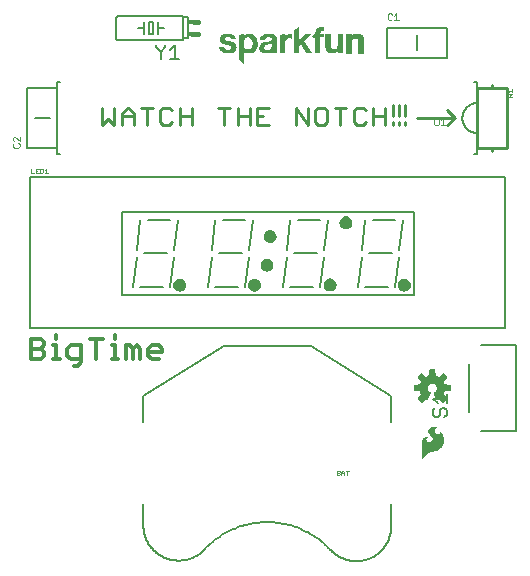
<source format=gbr>
G04 EAGLE Gerber RS-274X export*
G75*
%MOMM*%
%FSLAX34Y34*%
%LPD*%
%INSilkscreen Top*%
%IPPOS*%
%AMOC8*
5,1,8,0,0,1.08239X$1,22.5*%
G01*
%ADD10C,0.304800*%
%ADD11C,0.279400*%
%ADD12C,0.254000*%
%ADD13C,0.025400*%
%ADD14C,0.203200*%
%ADD15C,0.050800*%
%ADD16C,0.152400*%
%ADD17C,0.406400*%
%ADD18R,0.584200X0.406400*%
%ADD19C,0.127000*%

G36*
X364920Y89046D02*
X364920Y89046D01*
X365028Y89056D01*
X365041Y89062D01*
X365055Y89064D01*
X365152Y89112D01*
X365251Y89157D01*
X365264Y89168D01*
X365273Y89172D01*
X365288Y89188D01*
X365365Y89250D01*
X367950Y91835D01*
X368013Y91924D01*
X368079Y92009D01*
X368084Y92022D01*
X368092Y92034D01*
X368123Y92137D01*
X368159Y92240D01*
X368159Y92254D01*
X368163Y92267D01*
X368159Y92375D01*
X368160Y92484D01*
X368155Y92497D01*
X368155Y92511D01*
X368117Y92613D01*
X368082Y92715D01*
X368073Y92730D01*
X368069Y92739D01*
X368055Y92756D01*
X368001Y92838D01*
X365237Y96228D01*
X365794Y97310D01*
X365800Y97330D01*
X365842Y97425D01*
X366213Y98584D01*
X370564Y99027D01*
X370668Y99055D01*
X370774Y99080D01*
X370786Y99087D01*
X370799Y99090D01*
X370889Y99151D01*
X370982Y99208D01*
X370990Y99219D01*
X371002Y99227D01*
X371068Y99313D01*
X371137Y99397D01*
X371141Y99410D01*
X371150Y99421D01*
X371184Y99524D01*
X371223Y99625D01*
X371224Y99643D01*
X371228Y99652D01*
X371228Y99674D01*
X371237Y99772D01*
X371237Y103428D01*
X371220Y103535D01*
X371206Y103643D01*
X371200Y103655D01*
X371198Y103669D01*
X371146Y103765D01*
X371099Y103862D01*
X371089Y103872D01*
X371083Y103884D01*
X371003Y103958D01*
X370927Y104035D01*
X370915Y104041D01*
X370905Y104051D01*
X370806Y104096D01*
X370709Y104144D01*
X370691Y104148D01*
X370682Y104152D01*
X370661Y104154D01*
X370564Y104173D01*
X366213Y104616D01*
X365842Y105775D01*
X365833Y105792D01*
X365831Y105800D01*
X365827Y105807D01*
X365794Y105890D01*
X365237Y106972D01*
X368001Y110362D01*
X368055Y110456D01*
X368112Y110548D01*
X368115Y110561D01*
X368122Y110573D01*
X368143Y110680D01*
X368168Y110785D01*
X368166Y110799D01*
X368169Y110813D01*
X368154Y110920D01*
X368144Y111028D01*
X368138Y111041D01*
X368136Y111055D01*
X368088Y111152D01*
X368043Y111251D01*
X368032Y111264D01*
X368028Y111273D01*
X368012Y111288D01*
X367950Y111365D01*
X365365Y113950D01*
X365276Y114013D01*
X365191Y114079D01*
X365178Y114084D01*
X365166Y114092D01*
X365063Y114123D01*
X364960Y114159D01*
X364946Y114159D01*
X364933Y114163D01*
X364825Y114159D01*
X364716Y114160D01*
X364703Y114155D01*
X364689Y114155D01*
X364587Y114117D01*
X364485Y114082D01*
X364470Y114073D01*
X364461Y114069D01*
X364444Y114055D01*
X364362Y114001D01*
X360972Y111237D01*
X359890Y111794D01*
X359870Y111800D01*
X359775Y111842D01*
X358616Y112213D01*
X358173Y116564D01*
X358145Y116668D01*
X358120Y116774D01*
X358113Y116786D01*
X358110Y116799D01*
X358049Y116889D01*
X357992Y116982D01*
X357981Y116990D01*
X357973Y117002D01*
X357887Y117068D01*
X357803Y117137D01*
X357790Y117141D01*
X357779Y117150D01*
X357676Y117184D01*
X357575Y117223D01*
X357557Y117224D01*
X357548Y117228D01*
X357526Y117228D01*
X357428Y117237D01*
X353772Y117237D01*
X353665Y117220D01*
X353557Y117206D01*
X353545Y117200D01*
X353531Y117198D01*
X353435Y117146D01*
X353338Y117099D01*
X353328Y117089D01*
X353316Y117083D01*
X353242Y117003D01*
X353165Y116927D01*
X353159Y116915D01*
X353149Y116905D01*
X353104Y116806D01*
X353056Y116709D01*
X353052Y116691D01*
X353048Y116682D01*
X353046Y116661D01*
X353027Y116564D01*
X352584Y112213D01*
X351425Y111842D01*
X351407Y111832D01*
X351310Y111794D01*
X350228Y111237D01*
X346838Y114001D01*
X346744Y114055D01*
X346652Y114112D01*
X346639Y114115D01*
X346627Y114122D01*
X346520Y114143D01*
X346415Y114168D01*
X346401Y114166D01*
X346387Y114169D01*
X346280Y114154D01*
X346172Y114144D01*
X346159Y114138D01*
X346146Y114136D01*
X346048Y114088D01*
X345949Y114043D01*
X345936Y114032D01*
X345927Y114028D01*
X345912Y114012D01*
X345835Y113950D01*
X343250Y111365D01*
X343187Y111276D01*
X343121Y111191D01*
X343116Y111178D01*
X343108Y111166D01*
X343077Y111063D01*
X343041Y110960D01*
X343041Y110946D01*
X343037Y110933D01*
X343041Y110825D01*
X343040Y110716D01*
X343045Y110703D01*
X343045Y110689D01*
X343083Y110587D01*
X343118Y110485D01*
X343127Y110470D01*
X343131Y110461D01*
X343145Y110444D01*
X343199Y110362D01*
X345963Y106972D01*
X345406Y105890D01*
X345400Y105870D01*
X345358Y105775D01*
X344987Y104616D01*
X340636Y104173D01*
X340532Y104145D01*
X340426Y104120D01*
X340414Y104113D01*
X340401Y104110D01*
X340311Y104049D01*
X340218Y103992D01*
X340210Y103981D01*
X340198Y103973D01*
X340132Y103887D01*
X340064Y103803D01*
X340059Y103790D01*
X340050Y103779D01*
X340016Y103676D01*
X339977Y103575D01*
X339976Y103557D01*
X339972Y103548D01*
X339973Y103526D01*
X339963Y103428D01*
X339963Y99772D01*
X339980Y99665D01*
X339994Y99557D01*
X340000Y99545D01*
X340002Y99531D01*
X340054Y99435D01*
X340101Y99338D01*
X340111Y99328D01*
X340117Y99316D01*
X340197Y99242D01*
X340273Y99165D01*
X340285Y99159D01*
X340296Y99149D01*
X340394Y99104D01*
X340491Y99056D01*
X340509Y99052D01*
X340518Y99048D01*
X340539Y99046D01*
X340636Y99027D01*
X344987Y98584D01*
X345358Y97425D01*
X345368Y97407D01*
X345406Y97310D01*
X345963Y96228D01*
X343199Y92838D01*
X343145Y92744D01*
X343088Y92652D01*
X343085Y92639D01*
X343078Y92627D01*
X343057Y92520D01*
X343032Y92415D01*
X343034Y92401D01*
X343031Y92387D01*
X343046Y92280D01*
X343056Y92172D01*
X343062Y92159D01*
X343064Y92146D01*
X343112Y92048D01*
X343157Y91949D01*
X343168Y91936D01*
X343172Y91927D01*
X343188Y91912D01*
X343250Y91835D01*
X345835Y89250D01*
X345924Y89187D01*
X346009Y89121D01*
X346022Y89116D01*
X346034Y89108D01*
X346137Y89077D01*
X346240Y89041D01*
X346254Y89041D01*
X346267Y89037D01*
X346375Y89041D01*
X346484Y89040D01*
X346497Y89045D01*
X346511Y89045D01*
X346613Y89083D01*
X346715Y89118D01*
X346730Y89127D01*
X346739Y89131D01*
X346756Y89145D01*
X346838Y89199D01*
X350228Y91963D01*
X351310Y91406D01*
X351363Y91389D01*
X351412Y91363D01*
X351478Y91352D01*
X351542Y91331D01*
X351598Y91332D01*
X351652Y91323D01*
X351719Y91334D01*
X351786Y91335D01*
X351838Y91353D01*
X351893Y91362D01*
X351953Y91394D01*
X352016Y91417D01*
X352059Y91451D01*
X352109Y91477D01*
X352155Y91526D01*
X352207Y91568D01*
X352238Y91615D01*
X352276Y91655D01*
X352332Y91760D01*
X352340Y91773D01*
X352341Y91778D01*
X352345Y91785D01*
X354498Y96982D01*
X354518Y97066D01*
X354523Y97078D01*
X354525Y97094D01*
X354550Y97180D01*
X354549Y97200D01*
X354554Y97220D01*
X354546Y97302D01*
X354547Y97321D01*
X354543Y97341D01*
X354539Y97424D01*
X354532Y97443D01*
X354530Y97463D01*
X354498Y97532D01*
X354492Y97559D01*
X354477Y97583D01*
X354450Y97652D01*
X354437Y97667D01*
X354429Y97685D01*
X354384Y97734D01*
X354364Y97766D01*
X354332Y97792D01*
X354293Y97838D01*
X354272Y97853D01*
X354262Y97863D01*
X354241Y97875D01*
X354178Y97919D01*
X354175Y97921D01*
X354174Y97921D01*
X354172Y97923D01*
X353288Y98418D01*
X352609Y99045D01*
X352095Y99814D01*
X351775Y100682D01*
X351667Y101599D01*
X351780Y102534D01*
X352111Y103415D01*
X352643Y104192D01*
X353344Y104821D01*
X354174Y105264D01*
X355086Y105498D01*
X356028Y105508D01*
X356944Y105294D01*
X357784Y104869D01*
X358498Y104256D01*
X359047Y103491D01*
X359398Y102617D01*
X359531Y101685D01*
X359439Y100748D01*
X359127Y99860D01*
X358612Y99072D01*
X357925Y98428D01*
X357026Y97922D01*
X356986Y97889D01*
X356944Y97867D01*
X356913Y97834D01*
X356865Y97799D01*
X356852Y97782D01*
X356836Y97769D01*
X356801Y97715D01*
X356777Y97689D01*
X356764Y97658D01*
X356722Y97601D01*
X356716Y97581D01*
X356705Y97563D01*
X356687Y97490D01*
X356677Y97467D01*
X356674Y97443D01*
X356651Y97368D01*
X356652Y97347D01*
X356647Y97326D01*
X356654Y97242D01*
X356653Y97224D01*
X356656Y97208D01*
X356659Y97124D01*
X356667Y97098D01*
X356668Y97083D01*
X356678Y97061D01*
X356702Y96982D01*
X357010Y96237D01*
X357011Y96237D01*
X357321Y95488D01*
X357631Y94739D01*
X357631Y94738D01*
X357942Y93990D01*
X357942Y93989D01*
X358252Y93240D01*
X358562Y92491D01*
X358563Y92491D01*
X358855Y91785D01*
X358884Y91738D01*
X358905Y91686D01*
X358948Y91635D01*
X358984Y91578D01*
X359027Y91543D01*
X359063Y91500D01*
X359120Y91466D01*
X359172Y91423D01*
X359224Y91404D01*
X359272Y91375D01*
X359338Y91361D01*
X359401Y91337D01*
X359456Y91335D01*
X359510Y91324D01*
X359577Y91331D01*
X359644Y91329D01*
X359698Y91345D01*
X359753Y91352D01*
X359864Y91396D01*
X359878Y91400D01*
X359882Y91403D01*
X359890Y91406D01*
X360972Y91963D01*
X364362Y89199D01*
X364456Y89145D01*
X364548Y89088D01*
X364561Y89085D01*
X364573Y89078D01*
X364680Y89057D01*
X364785Y89032D01*
X364799Y89034D01*
X364813Y89031D01*
X364920Y89046D01*
G37*
G36*
X346720Y40541D02*
X346720Y40541D01*
X346724Y40539D01*
X346794Y40575D01*
X346804Y40580D01*
X346805Y40581D01*
X351677Y46063D01*
X352531Y46845D01*
X353521Y47434D01*
X353872Y47561D01*
X354240Y47626D01*
X356515Y47626D01*
X356520Y47628D01*
X356526Y47626D01*
X357890Y47750D01*
X357900Y47756D01*
X357912Y47754D01*
X359231Y48122D01*
X359239Y48130D01*
X359252Y48131D01*
X360482Y48731D01*
X360489Y48738D01*
X360500Y48741D01*
X361657Y49558D01*
X361662Y49566D01*
X361671Y49569D01*
X362702Y50541D01*
X362705Y50549D01*
X362711Y50551D01*
X362712Y50553D01*
X362714Y50554D01*
X363599Y51661D01*
X363601Y51671D01*
X363610Y51678D01*
X364557Y53359D01*
X364558Y53370D01*
X364566Y53380D01*
X365194Y55204D01*
X365193Y55215D01*
X365200Y55226D01*
X365488Y57133D01*
X365485Y57144D01*
X365490Y57156D01*
X365488Y57208D01*
X365480Y57460D01*
X365476Y57586D01*
X365476Y57587D01*
X365468Y57839D01*
X365460Y58092D01*
X365456Y58218D01*
X365448Y58470D01*
X365437Y58849D01*
X365429Y59084D01*
X365425Y59093D01*
X365427Y59105D01*
X365220Y60144D01*
X365215Y60152D01*
X365215Y60163D01*
X364857Y61160D01*
X364851Y61167D01*
X364850Y61178D01*
X364348Y62112D01*
X364339Y62119D01*
X364336Y62131D01*
X363429Y63268D01*
X363418Y63274D01*
X363411Y63287D01*
X362285Y64208D01*
X362242Y64220D01*
X362201Y64236D01*
X362196Y64234D01*
X362190Y64235D01*
X362152Y64214D01*
X362112Y64195D01*
X362109Y64189D01*
X362105Y64187D01*
X362097Y64158D01*
X362079Y64110D01*
X362079Y63230D01*
X362063Y63110D01*
X362019Y63007D01*
X361745Y62667D01*
X361384Y62419D01*
X361210Y62354D01*
X360672Y62296D01*
X360142Y62394D01*
X359654Y62643D01*
X358752Y63294D01*
X358340Y63648D01*
X357989Y64058D01*
X357706Y64516D01*
X357500Y65010D01*
X357441Y65310D01*
X357453Y65613D01*
X357610Y66132D01*
X357896Y66592D01*
X358291Y66962D01*
X358772Y67217D01*
X359262Y67356D01*
X359773Y67413D01*
X360376Y67413D01*
X360377Y67413D01*
X360399Y67422D01*
X360467Y67451D01*
X360502Y67543D01*
X360498Y67552D01*
X360464Y67628D01*
X360462Y67631D01*
X360461Y67632D01*
X360460Y67633D01*
X360439Y67653D01*
X360432Y67656D01*
X360428Y67664D01*
X359993Y68002D01*
X359978Y68006D01*
X359966Y68018D01*
X359462Y68239D01*
X359461Y68239D01*
X359105Y68391D01*
X358877Y68492D01*
X358867Y68493D01*
X358857Y68499D01*
X357979Y68719D01*
X357970Y68718D01*
X357960Y68722D01*
X357060Y68808D01*
X357050Y68804D01*
X357038Y68808D01*
X356170Y68742D01*
X356159Y68736D01*
X356146Y68737D01*
X355306Y68506D01*
X355296Y68498D01*
X355283Y68497D01*
X354503Y68109D01*
X354496Y68101D01*
X354485Y68098D01*
X353708Y67538D01*
X353704Y67531D01*
X353695Y67527D01*
X352999Y66869D01*
X352994Y66858D01*
X352983Y66850D01*
X352552Y66247D01*
X352549Y66232D01*
X352537Y66219D01*
X352270Y65527D01*
X352270Y65511D01*
X352262Y65496D01*
X352175Y64759D01*
X352180Y64744D01*
X352176Y64727D01*
X352275Y63992D01*
X352283Y63979D01*
X352283Y63962D01*
X352563Y63274D01*
X352572Y63265D01*
X352575Y63251D01*
X353762Y61493D01*
X353770Y61488D01*
X353774Y61477D01*
X355227Y59936D01*
X355597Y59501D01*
X355837Y58998D01*
X355939Y58450D01*
X355896Y57894D01*
X355710Y57369D01*
X355395Y56909D01*
X354970Y56544D01*
X354427Y56251D01*
X353841Y56053D01*
X353231Y55956D01*
X352520Y55991D01*
X351842Y56198D01*
X351236Y56563D01*
X350923Y56891D01*
X350717Y57295D01*
X350624Y57711D01*
X350624Y58139D01*
X350717Y58554D01*
X350789Y58692D01*
X350907Y58806D01*
X351731Y59405D01*
X351864Y59476D01*
X352002Y59504D01*
X352160Y59488D01*
X352203Y59502D01*
X352248Y59513D01*
X352250Y59517D01*
X352254Y59518D01*
X352274Y59559D01*
X352297Y59598D01*
X352296Y59602D01*
X352298Y59606D01*
X352283Y59649D01*
X352270Y59693D01*
X352267Y59695D01*
X352266Y59699D01*
X352228Y59718D01*
X352192Y59739D01*
X351709Y59815D01*
X351704Y59814D01*
X351699Y59816D01*
X350759Y59889D01*
X350750Y59886D01*
X350739Y59889D01*
X349799Y59816D01*
X349789Y59811D01*
X349777Y59812D01*
X349078Y59628D01*
X349068Y59620D01*
X349054Y59619D01*
X348406Y59298D01*
X348398Y59289D01*
X348384Y59285D01*
X347814Y58840D01*
X347808Y58829D01*
X347796Y58823D01*
X347326Y58273D01*
X347322Y58261D01*
X347311Y58252D01*
X346910Y57520D01*
X346909Y57507D01*
X346900Y57496D01*
X346660Y56697D01*
X346661Y56684D01*
X346655Y56671D01*
X346585Y55840D01*
X346587Y55834D01*
X346585Y55829D01*
X346585Y40665D01*
X346587Y40660D01*
X346585Y40656D01*
X346606Y40616D01*
X346623Y40574D01*
X346628Y40573D01*
X346630Y40568D01*
X346673Y40555D01*
X346715Y40539D01*
X346720Y40541D01*
G37*
G36*
X195967Y375973D02*
X195967Y375973D01*
X195970Y375972D01*
X196012Y375993D01*
X196054Y376013D01*
X196055Y376015D01*
X196057Y376016D01*
X196064Y376038D01*
X196087Y376098D01*
X196087Y387202D01*
X196088Y387200D01*
X196608Y386484D01*
X196619Y386477D01*
X196626Y386464D01*
X197286Y385874D01*
X197298Y385870D01*
X197308Y385859D01*
X198077Y385422D01*
X198090Y385420D01*
X198102Y385411D01*
X198946Y385147D01*
X198957Y385148D01*
X198968Y385142D01*
X200185Y384987D01*
X200194Y384989D01*
X200203Y384986D01*
X201430Y385003D01*
X201438Y385006D01*
X201448Y385004D01*
X202660Y385193D01*
X202669Y385198D01*
X202680Y385198D01*
X203599Y385492D01*
X203607Y385499D01*
X203619Y385501D01*
X204475Y385947D01*
X204481Y385955D01*
X204493Y385958D01*
X205261Y386543D01*
X205266Y386552D01*
X205277Y386557D01*
X205934Y387264D01*
X205938Y387274D01*
X205948Y387281D01*
X206720Y388466D01*
X206722Y388476D01*
X206730Y388485D01*
X207286Y389785D01*
X207286Y389796D01*
X207293Y389806D01*
X207616Y391182D01*
X207614Y391193D01*
X207619Y391204D01*
X207737Y393419D01*
X207733Y393430D01*
X207736Y393442D01*
X207453Y395642D01*
X207448Y395652D01*
X207448Y395664D01*
X206774Y397777D01*
X206766Y397787D01*
X206764Y397800D01*
X206185Y398841D01*
X206174Y398849D01*
X206169Y398863D01*
X205377Y399753D01*
X205368Y399758D01*
X205361Y399768D01*
X204537Y400421D01*
X204529Y400423D01*
X204523Y400430D01*
X203621Y400971D01*
X203611Y400973D01*
X203602Y400981D01*
X202578Y401381D01*
X202565Y401381D01*
X202553Y401388D01*
X201468Y401571D01*
X201457Y401569D01*
X201445Y401573D01*
X199464Y401548D01*
X199453Y401543D01*
X199440Y401546D01*
X198958Y401444D01*
X198949Y401437D01*
X198937Y401437D01*
X197616Y400904D01*
X197609Y400897D01*
X197599Y400896D01*
X197205Y400663D01*
X197198Y400654D01*
X197186Y400649D01*
X196843Y400348D01*
X196840Y400342D01*
X196833Y400339D01*
X195944Y399374D01*
X195944Y399373D01*
X195943Y399372D01*
X195809Y399223D01*
X195833Y401140D01*
X195827Y401155D01*
X195830Y401169D01*
X195810Y401198D01*
X195796Y401232D01*
X195782Y401237D01*
X195773Y401250D01*
X195732Y401257D01*
X195705Y401268D01*
X195695Y401264D01*
X195684Y401266D01*
X191798Y400530D01*
X191764Y400508D01*
X191728Y400491D01*
X191724Y400481D01*
X191716Y400475D01*
X191710Y400446D01*
X191695Y400406D01*
X191695Y379832D01*
X191697Y379826D01*
X191695Y379819D01*
X191724Y379762D01*
X191733Y379741D01*
X191735Y379740D01*
X191736Y379738D01*
X195876Y376004D01*
X195921Y375989D01*
X195965Y375972D01*
X195967Y375973D01*
G37*
G36*
X215154Y384955D02*
X215154Y384955D01*
X215165Y384952D01*
X216783Y385193D01*
X216792Y385199D01*
X216805Y385198D01*
X217840Y385551D01*
X217849Y385558D01*
X217861Y385560D01*
X218812Y386100D01*
X218820Y386109D01*
X218832Y386114D01*
X219659Y386817D01*
X219683Y386833D01*
X219692Y386834D01*
X219700Y386832D01*
X219707Y386826D01*
X219716Y386803D01*
X219943Y385774D01*
X219945Y385771D01*
X219944Y385768D01*
X220020Y385488D01*
X220031Y385474D01*
X220035Y385455D01*
X220056Y385419D01*
X220080Y385402D01*
X220107Y385373D01*
X220144Y385354D01*
X220174Y385352D01*
X220212Y385341D01*
X220248Y385344D01*
X224282Y385344D01*
X224305Y385353D01*
X224330Y385353D01*
X224348Y385372D01*
X224373Y385382D01*
X224382Y385405D01*
X224399Y385423D01*
X224400Y385452D01*
X224408Y385474D01*
X224400Y385492D01*
X224400Y385514D01*
X224326Y385713D01*
X223977Y387008D01*
X223875Y388345D01*
X223900Y392683D01*
X223899Y392686D01*
X223900Y392688D01*
X223880Y392731D01*
X223867Y392764D01*
X223875Y392786D01*
X223875Y397612D01*
X223872Y397619D01*
X223874Y397628D01*
X223783Y398363D01*
X223776Y398376D01*
X223776Y398393D01*
X223509Y399084D01*
X223498Y399094D01*
X223494Y399111D01*
X223067Y399716D01*
X223054Y399724D01*
X223046Y399739D01*
X222484Y400222D01*
X222471Y400226D01*
X222461Y400237D01*
X221158Y400931D01*
X221146Y400932D01*
X221135Y400940D01*
X219721Y401365D01*
X219711Y401364D01*
X219702Y401369D01*
X217963Y401599D01*
X217955Y401597D01*
X217947Y401600D01*
X216193Y401608D01*
X216186Y401605D01*
X216177Y401608D01*
X214437Y401394D01*
X214429Y401390D01*
X214419Y401391D01*
X213190Y401057D01*
X213182Y401050D01*
X213171Y401050D01*
X212013Y400521D01*
X212005Y400512D01*
X211992Y400509D01*
X211175Y399935D01*
X211168Y399924D01*
X211155Y399918D01*
X210472Y399188D01*
X210469Y399179D01*
X210467Y399179D01*
X210465Y399174D01*
X210456Y399167D01*
X209937Y398314D01*
X209935Y398301D01*
X209925Y398290D01*
X209591Y397349D01*
X209592Y397336D01*
X209585Y397323D01*
X209463Y396432D01*
X209460Y396430D01*
X209459Y396430D01*
X209440Y396381D01*
X209424Y396338D01*
X209426Y396333D01*
X209459Y396255D01*
X209484Y396229D01*
X209524Y396211D01*
X209562Y396190D01*
X209568Y396192D01*
X209575Y396190D01*
X209615Y396207D01*
X209645Y396216D01*
X213792Y396216D01*
X213794Y396217D01*
X213796Y396216D01*
X213839Y396236D01*
X213883Y396254D01*
X213883Y396256D01*
X213885Y396257D01*
X213918Y396342D01*
X213918Y396385D01*
X213981Y396916D01*
X214165Y397411D01*
X214460Y397849D01*
X214850Y398205D01*
X215314Y398460D01*
X215875Y398625D01*
X216462Y398679D01*
X217817Y398629D01*
X218186Y398568D01*
X218532Y398440D01*
X218846Y398247D01*
X219099Y398013D01*
X219298Y397734D01*
X219437Y397420D01*
X219548Y396899D01*
X219548Y396368D01*
X219437Y395847D01*
X219395Y395750D01*
X219335Y395663D01*
X219051Y395402D01*
X218623Y395156D01*
X218154Y394991D01*
X216848Y394765D01*
X214642Y394537D01*
X214638Y394534D01*
X214633Y394535D01*
X213096Y394257D01*
X213088Y394253D01*
X213079Y394253D01*
X211594Y393769D01*
X211586Y393762D01*
X211574Y393761D01*
X210878Y393395D01*
X210870Y393385D01*
X210857Y393381D01*
X210247Y392883D01*
X210241Y392872D01*
X210231Y392866D01*
X210230Y392866D01*
X210229Y392865D01*
X209731Y392256D01*
X209727Y392243D01*
X209716Y392232D01*
X209287Y391370D01*
X209286Y391355D01*
X209277Y391341D01*
X209071Y390400D01*
X209073Y390387D01*
X209068Y390373D01*
X209065Y389312D01*
X209070Y389302D01*
X209067Y389289D01*
X209256Y388245D01*
X209262Y388236D01*
X209262Y388223D01*
X209635Y387230D01*
X209643Y387221D01*
X209645Y387209D01*
X209937Y386726D01*
X209946Y386719D01*
X209951Y386707D01*
X210328Y386287D01*
X210339Y386282D01*
X210346Y386271D01*
X210794Y385929D01*
X210807Y385925D01*
X210817Y385915D01*
X212086Y385309D01*
X212099Y385309D01*
X212112Y385300D01*
X213484Y384992D01*
X213496Y384994D01*
X213509Y384989D01*
X215144Y384951D01*
X215154Y384955D01*
G37*
G36*
X242521Y385218D02*
X242521Y385218D01*
X242523Y385217D01*
X242566Y385237D01*
X242610Y385255D01*
X242610Y385257D01*
X242612Y385258D01*
X242645Y385343D01*
X242645Y390751D01*
X244300Y392358D01*
X248533Y385380D01*
X248548Y385369D01*
X248556Y385352D01*
X248590Y385339D01*
X248613Y385322D01*
X248626Y385324D01*
X248640Y385319D01*
X253720Y385294D01*
X253756Y385309D01*
X253794Y385317D01*
X253800Y385327D01*
X253811Y385332D01*
X253826Y385368D01*
X253846Y385401D01*
X253843Y385413D01*
X253847Y385423D01*
X253835Y385451D01*
X253826Y385490D01*
X247229Y395385D01*
X252920Y400951D01*
X252921Y400952D01*
X252923Y400953D01*
X252940Y400998D01*
X252958Y401042D01*
X252958Y401043D01*
X252958Y401045D01*
X252938Y401088D01*
X252919Y401132D01*
X252918Y401133D01*
X252917Y401134D01*
X252832Y401167D01*
X248158Y401167D01*
X248155Y401166D01*
X248152Y401167D01*
X248069Y401130D01*
X242594Y395656D01*
X242594Y407086D01*
X242581Y407118D01*
X242576Y407152D01*
X242562Y407162D01*
X242556Y407177D01*
X242524Y407189D01*
X242495Y407209D01*
X242478Y407207D01*
X242464Y407212D01*
X242439Y407201D01*
X242405Y407196D01*
X238265Y404834D01*
X238253Y404817D01*
X238235Y404809D01*
X238222Y404777D01*
X238206Y404755D01*
X238208Y404740D01*
X238202Y404724D01*
X238202Y385394D01*
X238203Y385391D01*
X238202Y385388D01*
X238239Y385305D01*
X238290Y385254D01*
X238293Y385253D01*
X238294Y385250D01*
X238379Y385217D01*
X242519Y385217D01*
X242521Y385218D01*
G37*
G36*
X271448Y384943D02*
X271448Y384943D01*
X271455Y384946D01*
X271464Y384945D01*
X272942Y385168D01*
X272950Y385173D01*
X272960Y385172D01*
X273222Y385253D01*
X273230Y385259D01*
X273242Y385261D01*
X273487Y385383D01*
X273494Y385390D01*
X273504Y385393D01*
X274434Y386052D01*
X274439Y386060D01*
X274448Y386063D01*
X275275Y386848D01*
X275278Y386856D01*
X275287Y386861D01*
X275794Y387502D01*
X275794Y385445D01*
X275795Y385443D01*
X275794Y385441D01*
X275814Y385398D01*
X275832Y385354D01*
X275834Y385354D01*
X275835Y385352D01*
X275920Y385319D01*
X279933Y385319D01*
X279935Y385320D01*
X279937Y385319D01*
X279980Y385339D01*
X280024Y385357D01*
X280024Y385359D01*
X280026Y385360D01*
X280059Y385445D01*
X280059Y401066D01*
X280058Y401068D01*
X280059Y401070D01*
X280039Y401113D01*
X280021Y401157D01*
X280019Y401157D01*
X280018Y401159D01*
X279933Y401192D01*
X275717Y401192D01*
X275715Y401191D01*
X275713Y401192D01*
X275670Y401172D01*
X275626Y401154D01*
X275626Y401152D01*
X275624Y401151D01*
X275591Y401066D01*
X275591Y392764D01*
X275515Y391534D01*
X275290Y390330D01*
X275081Y389780D01*
X274754Y389295D01*
X274323Y388898D01*
X273813Y388610D01*
X273122Y388398D01*
X272401Y388331D01*
X271682Y388411D01*
X270993Y388634D01*
X270598Y388859D01*
X270257Y389160D01*
X269985Y389522D01*
X269642Y390290D01*
X269493Y391120D01*
X269493Y401117D01*
X269492Y401119D01*
X269493Y401121D01*
X269473Y401164D01*
X269455Y401208D01*
X269453Y401208D01*
X269452Y401210D01*
X269367Y401243D01*
X265227Y401243D01*
X265225Y401242D01*
X265223Y401243D01*
X265180Y401223D01*
X265136Y401205D01*
X265136Y401203D01*
X265134Y401202D01*
X265101Y401117D01*
X265101Y390322D01*
X265103Y390317D01*
X265101Y390310D01*
X265202Y389211D01*
X265207Y389202D01*
X265207Y389201D01*
X265208Y389199D01*
X265206Y389188D01*
X265506Y388125D01*
X265513Y388116D01*
X265514Y388103D01*
X266002Y387113D01*
X266011Y387105D01*
X266015Y387093D01*
X266675Y386208D01*
X266685Y386201D01*
X266692Y386189D01*
X266946Y385961D01*
X266954Y385958D01*
X266955Y385956D01*
X266960Y385954D01*
X266966Y385946D01*
X267868Y385420D01*
X267880Y385419D01*
X267890Y385410D01*
X268876Y385067D01*
X268888Y385068D01*
X268900Y385061D01*
X269933Y384914D01*
X269943Y384917D01*
X269954Y384913D01*
X271448Y384943D01*
G37*
G36*
X286641Y385244D02*
X286641Y385244D01*
X286643Y385243D01*
X286686Y385263D01*
X286730Y385281D01*
X286730Y385283D01*
X286732Y385284D01*
X286765Y385369D01*
X286765Y394735D01*
X286846Y395518D01*
X287062Y396268D01*
X287425Y396947D01*
X287942Y397516D01*
X288399Y397830D01*
X288915Y398034D01*
X289471Y398121D01*
X290576Y398171D01*
X290892Y398154D01*
X291192Y398077D01*
X291627Y397860D01*
X292001Y397551D01*
X292297Y397164D01*
X292607Y396522D01*
X292798Y395834D01*
X292863Y395116D01*
X292863Y385470D01*
X292864Y385468D01*
X292863Y385466D01*
X292883Y385423D01*
X292901Y385379D01*
X292903Y385379D01*
X292904Y385377D01*
X292989Y385344D01*
X297078Y385344D01*
X297080Y385345D01*
X297082Y385344D01*
X297125Y385364D01*
X297169Y385382D01*
X297169Y385384D01*
X297171Y385385D01*
X297204Y385470D01*
X297204Y396011D01*
X297202Y396016D01*
X297204Y396021D01*
X297114Y397150D01*
X297110Y397158D01*
X297111Y397167D01*
X296871Y398274D01*
X296866Y398282D01*
X296866Y398292D01*
X296597Y398997D01*
X296589Y399005D01*
X296587Y399017D01*
X296203Y399666D01*
X296194Y399672D01*
X296190Y399684D01*
X295701Y400259D01*
X295690Y400264D01*
X295683Y400276D01*
X294898Y400894D01*
X294885Y400897D01*
X294874Y400909D01*
X293969Y401331D01*
X293955Y401332D01*
X293941Y401340D01*
X292964Y401546D01*
X292953Y401543D01*
X292941Y401548D01*
X290935Y401598D01*
X290925Y401594D01*
X290914Y401597D01*
X289862Y401442D01*
X289851Y401435D01*
X289837Y401435D01*
X288840Y401066D01*
X288830Y401057D01*
X288816Y401054D01*
X287918Y400487D01*
X287911Y400478D01*
X287900Y400474D01*
X287439Y400058D01*
X287436Y400050D01*
X287428Y400046D01*
X287026Y399573D01*
X287024Y399568D01*
X287020Y399566D01*
X286743Y399188D01*
X286629Y399052D01*
X286587Y399023D01*
X286587Y401091D01*
X286586Y401093D01*
X286587Y401095D01*
X286567Y401138D01*
X286549Y401182D01*
X286547Y401182D01*
X286546Y401184D01*
X286461Y401217D01*
X282423Y401217D01*
X282421Y401216D01*
X282419Y401217D01*
X282376Y401197D01*
X282332Y401179D01*
X282332Y401177D01*
X282330Y401176D01*
X282297Y401091D01*
X282297Y385369D01*
X282298Y385367D01*
X282297Y385365D01*
X282317Y385322D01*
X282335Y385278D01*
X282337Y385278D01*
X282338Y385276D01*
X282423Y385243D01*
X286639Y385243D01*
X286641Y385244D01*
G37*
G36*
X184059Y385010D02*
X184059Y385010D01*
X184065Y385012D01*
X184072Y385011D01*
X185386Y385193D01*
X185394Y385197D01*
X185403Y385197D01*
X186403Y385479D01*
X186412Y385486D01*
X186424Y385487D01*
X187359Y385938D01*
X187366Y385946D01*
X187378Y385949D01*
X188222Y386555D01*
X188227Y386565D01*
X188238Y386570D01*
X188964Y387313D01*
X188968Y387323D01*
X188979Y387331D01*
X189358Y387895D01*
X189360Y387906D01*
X189369Y387916D01*
X189635Y388541D01*
X189635Y388553D01*
X189643Y388564D01*
X189785Y389228D01*
X189784Y389237D01*
X189788Y389246D01*
X189864Y390287D01*
X189861Y390296D01*
X189864Y390307D01*
X189770Y391362D01*
X189763Y391375D01*
X189763Y391391D01*
X189426Y392394D01*
X189417Y392405D01*
X189414Y392420D01*
X189162Y392832D01*
X189152Y392839D01*
X189146Y392853D01*
X188814Y393203D01*
X188803Y393207D01*
X188797Y393218D01*
X188105Y393726D01*
X188097Y393728D01*
X188090Y393736D01*
X187334Y394141D01*
X187325Y394142D01*
X187318Y394148D01*
X185662Y394758D01*
X185654Y394758D01*
X185646Y394763D01*
X183923Y395144D01*
X183922Y395144D01*
X183921Y395145D01*
X181898Y395549D01*
X181146Y395821D01*
X180471Y396237D01*
X180188Y396530D01*
X180004Y396891D01*
X179939Y397260D01*
X179987Y397632D01*
X180142Y397974D01*
X180375Y398242D01*
X180676Y398437D01*
X181100Y398594D01*
X181549Y398679D01*
X182398Y398723D01*
X183245Y398679D01*
X183741Y398581D01*
X184208Y398392D01*
X184631Y398121D01*
X184906Y397857D01*
X185124Y397544D01*
X185274Y397192D01*
X185329Y396949D01*
X185345Y396689D01*
X185366Y396647D01*
X185386Y396604D01*
X185388Y396603D01*
X185389Y396601D01*
X185408Y396595D01*
X185471Y396571D01*
X189357Y396571D01*
X189366Y396574D01*
X189374Y396572D01*
X189410Y396593D01*
X189448Y396609D01*
X189451Y396618D01*
X189459Y396623D01*
X189473Y396674D01*
X189483Y396701D01*
X189481Y396705D01*
X189482Y396708D01*
X189482Y396709D01*
X189483Y396710D01*
X189407Y397421D01*
X189401Y397431D01*
X189403Y397442D01*
X189398Y397448D01*
X189398Y397455D01*
X189406Y397468D01*
X189400Y397492D01*
X189403Y397501D01*
X189399Y397509D01*
X189400Y397528D01*
X189197Y398086D01*
X189193Y398090D01*
X189193Y398095D01*
X188837Y398883D01*
X188830Y398889D01*
X188828Y398900D01*
X188542Y399342D01*
X188534Y399347D01*
X188530Y399357D01*
X188182Y399753D01*
X188172Y399757D01*
X188165Y399768D01*
X187206Y400525D01*
X187193Y400529D01*
X187183Y400539D01*
X186086Y401077D01*
X186074Y401078D01*
X186063Y401086D01*
X184712Y401454D01*
X184702Y401453D01*
X184692Y401458D01*
X183299Y401598D01*
X183293Y401596D01*
X183286Y401598D01*
X181483Y401598D01*
X181477Y401596D01*
X181469Y401598D01*
X180040Y401443D01*
X180030Y401437D01*
X180017Y401438D01*
X178639Y401027D01*
X178630Y401020D01*
X178618Y401019D01*
X177337Y400365D01*
X177329Y400356D01*
X177317Y400353D01*
X176841Y399984D01*
X176835Y399973D01*
X176823Y399967D01*
X176429Y399512D01*
X176425Y399501D01*
X176414Y399492D01*
X176115Y398970D01*
X176114Y398957D01*
X176105Y398947D01*
X175747Y397863D01*
X175748Y397851D01*
X175742Y397838D01*
X175613Y396704D01*
X175616Y396692D01*
X175613Y396678D01*
X175718Y395542D01*
X175724Y395531D01*
X175723Y395517D01*
X175875Y395028D01*
X175883Y395018D01*
X175885Y395004D01*
X176134Y394557D01*
X176145Y394549D01*
X176149Y394535D01*
X176486Y394150D01*
X176496Y394145D01*
X176502Y394134D01*
X177179Y393597D01*
X177188Y393594D01*
X177195Y393586D01*
X177946Y393159D01*
X177955Y393158D01*
X177963Y393151D01*
X178771Y392845D01*
X178779Y392845D01*
X178787Y392840D01*
X182418Y391977D01*
X183592Y391671D01*
X184699Y391201D01*
X185035Y390970D01*
X185301Y390666D01*
X185481Y390304D01*
X185566Y389909D01*
X185549Y389505D01*
X185432Y389120D01*
X185224Y388775D01*
X184936Y388491D01*
X184423Y388179D01*
X183856Y387982D01*
X183253Y387908D01*
X181923Y387908D01*
X181361Y387981D01*
X180774Y388198D01*
X180247Y388535D01*
X179805Y388978D01*
X179550Y389392D01*
X179403Y389854D01*
X179374Y390351D01*
X179374Y390398D01*
X179373Y390400D01*
X179374Y390402D01*
X179354Y390445D01*
X179336Y390489D01*
X179334Y390489D01*
X179333Y390491D01*
X179248Y390524D01*
X175387Y390524D01*
X175381Y390522D01*
X175374Y390524D01*
X175362Y390517D01*
X175348Y390518D01*
X175346Y390517D01*
X175345Y390517D01*
X175323Y390497D01*
X175296Y390486D01*
X175294Y390479D01*
X175288Y390476D01*
X175283Y390462D01*
X175273Y390453D01*
X175273Y390452D01*
X175272Y390450D01*
X175271Y390423D01*
X175269Y390416D01*
X175261Y390394D01*
X175262Y390392D01*
X175261Y390389D01*
X175286Y390033D01*
X175289Y390027D01*
X175288Y390020D01*
X175390Y389436D01*
X175395Y389428D01*
X175394Y389417D01*
X175826Y388147D01*
X175833Y388140D01*
X175834Y388130D01*
X176143Y387534D01*
X176153Y387527D01*
X176157Y387514D01*
X176577Y386990D01*
X176588Y386985D01*
X176594Y386973D01*
X177109Y386542D01*
X177117Y386540D01*
X177122Y386533D01*
X178316Y385771D01*
X178324Y385769D01*
X178331Y385762D01*
X179188Y385365D01*
X179201Y385364D01*
X179213Y385356D01*
X180134Y385144D01*
X180143Y385146D01*
X180153Y385141D01*
X182719Y384963D01*
X182726Y384965D01*
X182732Y384963D01*
X184059Y385010D01*
G37*
G36*
X260758Y385244D02*
X260758Y385244D01*
X260760Y385243D01*
X260803Y385263D01*
X260847Y385281D01*
X260847Y385283D01*
X260849Y385284D01*
X260882Y385369D01*
X260882Y398273D01*
X263754Y398273D01*
X263756Y398274D01*
X263758Y398273D01*
X263801Y398293D01*
X263845Y398311D01*
X263845Y398313D01*
X263847Y398314D01*
X263880Y398399D01*
X263880Y401066D01*
X263879Y401068D01*
X263880Y401070D01*
X263860Y401113D01*
X263842Y401157D01*
X263840Y401157D01*
X263839Y401159D01*
X263754Y401192D01*
X260908Y401192D01*
X260908Y402454D01*
X260971Y402916D01*
X261146Y403339D01*
X261328Y403571D01*
X261568Y403741D01*
X261850Y403838D01*
X262750Y403921D01*
X263665Y403836D01*
X263945Y403810D01*
X263951Y403812D01*
X263957Y403810D01*
X264033Y403810D01*
X264035Y403811D01*
X264037Y403810D01*
X264080Y403830D01*
X264124Y403848D01*
X264124Y403850D01*
X264126Y403851D01*
X264159Y403936D01*
X264159Y406959D01*
X264159Y406960D01*
X264159Y406962D01*
X264159Y406963D01*
X264139Y407006D01*
X264121Y407050D01*
X264119Y407050D01*
X264118Y407052D01*
X264033Y407085D01*
X264011Y407085D01*
X262694Y407161D01*
X262691Y407160D01*
X262687Y407161D01*
X261137Y407161D01*
X261127Y407157D01*
X261116Y407159D01*
X260103Y406985D01*
X260093Y406978D01*
X260079Y406978D01*
X259121Y406609D01*
X259112Y406601D01*
X259099Y406598D01*
X258231Y406048D01*
X258225Y406038D01*
X258218Y406036D01*
X258218Y406035D01*
X258212Y406033D01*
X257469Y405323D01*
X257464Y405313D01*
X257453Y405305D01*
X257113Y404828D01*
X257111Y404817D01*
X257102Y404808D01*
X256853Y404277D01*
X256853Y404266D01*
X256845Y404256D01*
X256697Y403689D01*
X256698Y403678D01*
X256693Y403667D01*
X256516Y401533D01*
X256518Y401529D01*
X256516Y401525D01*
X256516Y401523D01*
X256516Y401192D01*
X255270Y401192D01*
X255267Y401191D01*
X255264Y401192D01*
X255181Y401155D01*
X252514Y398488D01*
X252513Y398488D01*
X252513Y398487D01*
X252495Y398442D01*
X252477Y398397D01*
X252477Y398396D01*
X252497Y398351D01*
X252517Y398307D01*
X252518Y398306D01*
X252602Y398273D01*
X256465Y398249D01*
X256465Y385369D01*
X256466Y385367D01*
X256465Y385365D01*
X256485Y385322D01*
X256503Y385278D01*
X256505Y385278D01*
X256506Y385276D01*
X256591Y385243D01*
X260756Y385243D01*
X260758Y385244D01*
G37*
G36*
X283551Y236086D02*
X283551Y236086D01*
X283695Y236123D01*
X283772Y236136D01*
X284712Y236465D01*
X284845Y236533D01*
X284917Y236564D01*
X285760Y237093D01*
X285874Y237190D01*
X285937Y237235D01*
X286641Y237939D01*
X286731Y238058D01*
X286783Y238116D01*
X287312Y238959D01*
X287373Y239095D01*
X287411Y239164D01*
X287740Y240104D01*
X287769Y240250D01*
X287790Y240325D01*
X287902Y241314D01*
X287898Y241464D01*
X287902Y241541D01*
X287831Y242175D01*
X287831Y242176D01*
X287791Y242531D01*
X287753Y242675D01*
X287740Y242752D01*
X287411Y243692D01*
X287343Y243825D01*
X287313Y243897D01*
X286783Y244740D01*
X286687Y244854D01*
X286641Y244918D01*
X285938Y245621D01*
X285818Y245711D01*
X285760Y245763D01*
X284917Y246293D01*
X284781Y246354D01*
X284712Y246391D01*
X283772Y246720D01*
X283626Y246749D01*
X283551Y246771D01*
X282561Y246882D01*
X282413Y246878D01*
X282335Y246882D01*
X281345Y246771D01*
X281201Y246733D01*
X281124Y246720D01*
X280184Y246391D01*
X280051Y246323D01*
X279979Y246293D01*
X279136Y245763D01*
X279022Y245667D01*
X278958Y245621D01*
X278255Y244918D01*
X278165Y244798D01*
X278113Y244740D01*
X277583Y243897D01*
X277522Y243761D01*
X277485Y243692D01*
X277156Y242752D01*
X277127Y242606D01*
X277105Y242531D01*
X276994Y241541D01*
X276998Y241393D01*
X276994Y241314D01*
X277106Y240325D01*
X277143Y240181D01*
X277156Y240104D01*
X277485Y239164D01*
X277553Y239031D01*
X277584Y238959D01*
X278113Y238116D01*
X278210Y238002D01*
X278255Y237939D01*
X278959Y237235D01*
X279044Y237171D01*
X279047Y237168D01*
X279050Y237167D01*
X279078Y237145D01*
X279136Y237093D01*
X279979Y236564D01*
X280115Y236503D01*
X280184Y236465D01*
X281124Y236136D01*
X281270Y236107D01*
X281345Y236086D01*
X282334Y235974D01*
X282484Y235978D01*
X282562Y235974D01*
X283551Y236086D01*
G37*
G36*
X219339Y224452D02*
X219339Y224452D01*
X219483Y224489D01*
X219560Y224502D01*
X220500Y224831D01*
X220633Y224899D01*
X220705Y224930D01*
X221548Y225459D01*
X221662Y225556D01*
X221725Y225601D01*
X222429Y226305D01*
X222519Y226424D01*
X222571Y226482D01*
X223100Y227325D01*
X223161Y227461D01*
X223199Y227530D01*
X223528Y228470D01*
X223557Y228616D01*
X223578Y228691D01*
X223690Y229680D01*
X223686Y229830D01*
X223690Y229907D01*
X223619Y230541D01*
X223619Y230542D01*
X223579Y230897D01*
X223541Y231041D01*
X223528Y231118D01*
X223199Y232058D01*
X223131Y232191D01*
X223101Y232263D01*
X222571Y233106D01*
X222475Y233220D01*
X222429Y233284D01*
X221726Y233987D01*
X221606Y234077D01*
X221548Y234129D01*
X220705Y234659D01*
X220569Y234720D01*
X220500Y234757D01*
X219560Y235086D01*
X219414Y235115D01*
X219339Y235137D01*
X218349Y235248D01*
X218201Y235244D01*
X218123Y235248D01*
X217133Y235137D01*
X216989Y235099D01*
X216912Y235086D01*
X215972Y234757D01*
X215839Y234689D01*
X215767Y234659D01*
X214924Y234129D01*
X214810Y234033D01*
X214746Y233987D01*
X214043Y233284D01*
X213953Y233164D01*
X213901Y233106D01*
X213371Y232263D01*
X213310Y232127D01*
X213273Y232058D01*
X212944Y231118D01*
X212915Y230972D01*
X212893Y230897D01*
X212782Y229907D01*
X212786Y229759D01*
X212782Y229680D01*
X212894Y228691D01*
X212931Y228547D01*
X212944Y228470D01*
X213273Y227530D01*
X213341Y227397D01*
X213372Y227325D01*
X213901Y226482D01*
X213998Y226368D01*
X214043Y226305D01*
X214747Y225601D01*
X214832Y225537D01*
X214835Y225534D01*
X214838Y225533D01*
X214866Y225511D01*
X214924Y225459D01*
X215767Y224930D01*
X215903Y224869D01*
X215972Y224831D01*
X216912Y224502D01*
X217058Y224473D01*
X217133Y224452D01*
X218122Y224340D01*
X218272Y224344D01*
X218350Y224340D01*
X219339Y224452D01*
G37*
G36*
X216698Y200195D02*
X216698Y200195D01*
X216842Y200232D01*
X216919Y200245D01*
X217859Y200574D01*
X217992Y200642D01*
X218064Y200673D01*
X218907Y201202D01*
X219021Y201299D01*
X219084Y201344D01*
X219788Y202048D01*
X219878Y202167D01*
X219930Y202225D01*
X220459Y203068D01*
X220520Y203204D01*
X220558Y203273D01*
X220887Y204213D01*
X220916Y204359D01*
X220937Y204434D01*
X221049Y205423D01*
X221045Y205573D01*
X221049Y205650D01*
X220978Y206284D01*
X220978Y206285D01*
X220938Y206640D01*
X220900Y206784D01*
X220887Y206861D01*
X220558Y207801D01*
X220490Y207934D01*
X220460Y208006D01*
X219930Y208849D01*
X219834Y208963D01*
X219788Y209027D01*
X219085Y209730D01*
X218965Y209820D01*
X218907Y209872D01*
X218064Y210402D01*
X217928Y210463D01*
X217859Y210500D01*
X216919Y210829D01*
X216773Y210858D01*
X216698Y210880D01*
X215708Y210991D01*
X215560Y210987D01*
X215482Y210991D01*
X214492Y210880D01*
X214348Y210842D01*
X214271Y210829D01*
X213331Y210500D01*
X213198Y210432D01*
X213126Y210402D01*
X212283Y209872D01*
X212169Y209776D01*
X212105Y209730D01*
X211402Y209027D01*
X211312Y208907D01*
X211260Y208849D01*
X210730Y208006D01*
X210669Y207870D01*
X210632Y207801D01*
X210303Y206861D01*
X210274Y206715D01*
X210252Y206640D01*
X210141Y205650D01*
X210145Y205502D01*
X210141Y205423D01*
X210253Y204434D01*
X210290Y204290D01*
X210303Y204213D01*
X210632Y203273D01*
X210700Y203140D01*
X210731Y203068D01*
X211260Y202225D01*
X211357Y202111D01*
X211402Y202048D01*
X212106Y201344D01*
X212191Y201280D01*
X212194Y201277D01*
X212197Y201276D01*
X212225Y201254D01*
X212283Y201202D01*
X213126Y200673D01*
X213262Y200612D01*
X213331Y200574D01*
X214271Y200245D01*
X214417Y200216D01*
X214492Y200195D01*
X215481Y200083D01*
X215631Y200087D01*
X215709Y200083D01*
X216698Y200195D01*
G37*
G36*
X270190Y183533D02*
X270190Y183533D01*
X270334Y183570D01*
X270411Y183583D01*
X271351Y183912D01*
X271484Y183980D01*
X271556Y184011D01*
X272399Y184540D01*
X272513Y184637D01*
X272576Y184682D01*
X273280Y185386D01*
X273370Y185505D01*
X273422Y185563D01*
X273951Y186406D01*
X274012Y186542D01*
X274050Y186611D01*
X274379Y187551D01*
X274408Y187697D01*
X274429Y187772D01*
X274541Y188761D01*
X274537Y188911D01*
X274541Y188988D01*
X274470Y189622D01*
X274470Y189623D01*
X274430Y189978D01*
X274392Y190122D01*
X274379Y190199D01*
X274050Y191139D01*
X273982Y191272D01*
X273952Y191344D01*
X273422Y192187D01*
X273326Y192301D01*
X273280Y192365D01*
X272577Y193068D01*
X272457Y193158D01*
X272399Y193210D01*
X271556Y193740D01*
X271420Y193801D01*
X271351Y193838D01*
X270411Y194167D01*
X270265Y194196D01*
X270190Y194218D01*
X269200Y194329D01*
X269052Y194325D01*
X268974Y194329D01*
X267984Y194218D01*
X267840Y194180D01*
X267763Y194167D01*
X266823Y193838D01*
X266690Y193770D01*
X266618Y193740D01*
X265775Y193210D01*
X265661Y193114D01*
X265597Y193068D01*
X264894Y192365D01*
X264804Y192245D01*
X264752Y192187D01*
X264222Y191344D01*
X264161Y191208D01*
X264124Y191139D01*
X263795Y190199D01*
X263766Y190053D01*
X263744Y189978D01*
X263633Y188988D01*
X263637Y188840D01*
X263633Y188761D01*
X263745Y187772D01*
X263782Y187628D01*
X263795Y187551D01*
X264124Y186611D01*
X264192Y186478D01*
X264223Y186406D01*
X264752Y185563D01*
X264849Y185449D01*
X264894Y185386D01*
X265598Y184682D01*
X265683Y184618D01*
X265686Y184615D01*
X265689Y184614D01*
X265717Y184592D01*
X265775Y184540D01*
X266618Y184011D01*
X266754Y183950D01*
X266823Y183912D01*
X267763Y183583D01*
X267909Y183554D01*
X267984Y183533D01*
X268973Y183421D01*
X269123Y183425D01*
X269201Y183421D01*
X270190Y183533D01*
G37*
G36*
X333004Y183228D02*
X333004Y183228D01*
X333148Y183265D01*
X333225Y183278D01*
X334165Y183607D01*
X334298Y183675D01*
X334370Y183706D01*
X335213Y184235D01*
X335327Y184332D01*
X335390Y184377D01*
X336094Y185081D01*
X336184Y185200D01*
X336236Y185258D01*
X336765Y186101D01*
X336826Y186237D01*
X336864Y186306D01*
X337193Y187246D01*
X337222Y187392D01*
X337243Y187467D01*
X337355Y188456D01*
X337351Y188606D01*
X337355Y188683D01*
X337284Y189317D01*
X337284Y189318D01*
X337244Y189673D01*
X337206Y189817D01*
X337193Y189894D01*
X336864Y190834D01*
X336796Y190967D01*
X336766Y191039D01*
X336236Y191882D01*
X336140Y191996D01*
X336094Y192060D01*
X335391Y192763D01*
X335271Y192853D01*
X335213Y192905D01*
X334370Y193435D01*
X334234Y193496D01*
X334165Y193533D01*
X333225Y193862D01*
X333079Y193891D01*
X333004Y193913D01*
X332014Y194024D01*
X331866Y194020D01*
X331788Y194024D01*
X330798Y193913D01*
X330654Y193875D01*
X330577Y193862D01*
X329637Y193533D01*
X329504Y193465D01*
X329432Y193435D01*
X328589Y192905D01*
X328475Y192809D01*
X328411Y192763D01*
X327708Y192060D01*
X327618Y191940D01*
X327566Y191882D01*
X327036Y191039D01*
X326975Y190903D01*
X326938Y190834D01*
X326609Y189894D01*
X326580Y189748D01*
X326558Y189673D01*
X326447Y188683D01*
X326451Y188535D01*
X326447Y188456D01*
X326559Y187467D01*
X326596Y187323D01*
X326609Y187246D01*
X326938Y186306D01*
X327006Y186173D01*
X327037Y186101D01*
X327566Y185258D01*
X327663Y185144D01*
X327708Y185081D01*
X328412Y184377D01*
X328497Y184313D01*
X328500Y184310D01*
X328503Y184309D01*
X328531Y184287D01*
X328589Y184235D01*
X329432Y183706D01*
X329568Y183645D01*
X329637Y183607D01*
X330577Y183278D01*
X330723Y183249D01*
X330798Y183228D01*
X331787Y183116D01*
X331937Y183120D01*
X332015Y183116D01*
X333004Y183228D01*
G37*
G36*
X206182Y183228D02*
X206182Y183228D01*
X206326Y183265D01*
X206403Y183278D01*
X207343Y183607D01*
X207476Y183675D01*
X207548Y183706D01*
X208391Y184235D01*
X208505Y184332D01*
X208568Y184377D01*
X209272Y185081D01*
X209362Y185200D01*
X209414Y185258D01*
X209943Y186101D01*
X210004Y186237D01*
X210042Y186306D01*
X210371Y187246D01*
X210400Y187392D01*
X210421Y187467D01*
X210533Y188456D01*
X210529Y188606D01*
X210533Y188683D01*
X210462Y189317D01*
X210462Y189318D01*
X210422Y189673D01*
X210384Y189817D01*
X210371Y189894D01*
X210042Y190834D01*
X209974Y190967D01*
X209944Y191039D01*
X209414Y191882D01*
X209318Y191996D01*
X209272Y192060D01*
X208569Y192763D01*
X208449Y192853D01*
X208391Y192905D01*
X207548Y193435D01*
X207412Y193496D01*
X207343Y193533D01*
X206403Y193862D01*
X206257Y193891D01*
X206182Y193913D01*
X205192Y194024D01*
X205044Y194020D01*
X204966Y194024D01*
X203976Y193913D01*
X203832Y193875D01*
X203755Y193862D01*
X202815Y193533D01*
X202682Y193465D01*
X202610Y193435D01*
X201767Y192905D01*
X201653Y192809D01*
X201589Y192763D01*
X200886Y192060D01*
X200796Y191940D01*
X200744Y191882D01*
X200214Y191039D01*
X200153Y190903D01*
X200116Y190834D01*
X199787Y189894D01*
X199758Y189748D01*
X199736Y189673D01*
X199625Y188683D01*
X199629Y188535D01*
X199625Y188456D01*
X199737Y187467D01*
X199774Y187323D01*
X199787Y187246D01*
X200116Y186306D01*
X200184Y186173D01*
X200215Y186101D01*
X200744Y185258D01*
X200841Y185144D01*
X200886Y185081D01*
X201590Y184377D01*
X201675Y184313D01*
X201678Y184310D01*
X201681Y184309D01*
X201709Y184287D01*
X201767Y184235D01*
X202610Y183706D01*
X202746Y183645D01*
X202815Y183607D01*
X203755Y183278D01*
X203901Y183249D01*
X203976Y183228D01*
X204965Y183116D01*
X205115Y183120D01*
X205193Y183116D01*
X206182Y183228D01*
G37*
G36*
X142758Y183228D02*
X142758Y183228D01*
X142902Y183265D01*
X142979Y183278D01*
X143919Y183607D01*
X144052Y183675D01*
X144124Y183706D01*
X144967Y184235D01*
X145081Y184332D01*
X145144Y184377D01*
X145848Y185081D01*
X145938Y185200D01*
X145990Y185258D01*
X146519Y186101D01*
X146580Y186237D01*
X146618Y186306D01*
X146947Y187246D01*
X146976Y187392D01*
X146997Y187467D01*
X147109Y188456D01*
X147105Y188606D01*
X147109Y188683D01*
X147038Y189317D01*
X147038Y189318D01*
X146998Y189673D01*
X146960Y189817D01*
X146947Y189894D01*
X146618Y190834D01*
X146550Y190967D01*
X146520Y191039D01*
X145990Y191882D01*
X145894Y191996D01*
X145848Y192060D01*
X145145Y192763D01*
X145025Y192853D01*
X144967Y192905D01*
X144124Y193435D01*
X143988Y193496D01*
X143919Y193533D01*
X142979Y193862D01*
X142833Y193891D01*
X142758Y193913D01*
X141768Y194024D01*
X141620Y194020D01*
X141542Y194024D01*
X140552Y193913D01*
X140408Y193875D01*
X140331Y193862D01*
X139391Y193533D01*
X139258Y193465D01*
X139186Y193435D01*
X138343Y192905D01*
X138229Y192809D01*
X138165Y192763D01*
X137462Y192060D01*
X137372Y191940D01*
X137320Y191882D01*
X136790Y191039D01*
X136729Y190903D01*
X136692Y190834D01*
X136363Y189894D01*
X136334Y189748D01*
X136312Y189673D01*
X136201Y188683D01*
X136205Y188535D01*
X136201Y188456D01*
X136313Y187467D01*
X136350Y187323D01*
X136363Y187246D01*
X136692Y186306D01*
X136760Y186173D01*
X136791Y186101D01*
X137320Y185258D01*
X137417Y185144D01*
X137462Y185081D01*
X138166Y184377D01*
X138251Y184313D01*
X138254Y184310D01*
X138257Y184309D01*
X138285Y184287D01*
X138343Y184235D01*
X139186Y183706D01*
X139322Y183645D01*
X139391Y183607D01*
X140331Y183278D01*
X140477Y183249D01*
X140552Y183228D01*
X141541Y183116D01*
X141691Y183120D01*
X141769Y183116D01*
X142758Y183228D01*
G37*
G36*
X230634Y385345D02*
X230634Y385345D01*
X230636Y385344D01*
X230679Y385364D01*
X230723Y385382D01*
X230723Y385384D01*
X230725Y385385D01*
X230758Y385470D01*
X230758Y393289D01*
X230831Y394135D01*
X231031Y394954D01*
X231392Y395747D01*
X231917Y396439D01*
X232584Y396999D01*
X233063Y397263D01*
X233581Y397444D01*
X234123Y397536D01*
X235648Y397536D01*
X236245Y397411D01*
X236248Y397412D01*
X236251Y397410D01*
X236403Y397385D01*
X236412Y397388D01*
X236423Y397384D01*
X236449Y397384D01*
X236451Y397385D01*
X236453Y397384D01*
X236496Y397404D01*
X236540Y397422D01*
X236540Y397424D01*
X236542Y397425D01*
X236575Y397510D01*
X236575Y401371D01*
X236557Y401415D01*
X236539Y401460D01*
X236537Y401460D01*
X236537Y401462D01*
X236520Y401468D01*
X236456Y401497D01*
X235084Y401573D01*
X235074Y401569D01*
X235062Y401572D01*
X234361Y401488D01*
X234351Y401482D01*
X234337Y401483D01*
X233667Y401260D01*
X233658Y401251D01*
X233644Y401249D01*
X233033Y400896D01*
X233031Y400893D01*
X233027Y400892D01*
X232138Y400307D01*
X232135Y400304D01*
X232130Y400302D01*
X231736Y400000D01*
X231729Y399988D01*
X231715Y399980D01*
X231399Y399597D01*
X231397Y399591D01*
X231391Y399586D01*
X230705Y398544D01*
X230526Y398276D01*
X230479Y398261D01*
X230479Y401041D01*
X230474Y401054D01*
X230477Y401067D01*
X230455Y401097D01*
X230441Y401132D01*
X230428Y401137D01*
X230420Y401148D01*
X230377Y401156D01*
X230349Y401167D01*
X230341Y401163D01*
X230331Y401165D01*
X226470Y400479D01*
X226436Y400457D01*
X226399Y400440D01*
X226395Y400431D01*
X226387Y400426D01*
X226382Y400396D01*
X226366Y400355D01*
X226340Y385470D01*
X226341Y385468D01*
X226340Y385466D01*
X226360Y385423D01*
X226378Y385379D01*
X226380Y385379D01*
X226381Y385377D01*
X226466Y385344D01*
X230632Y385344D01*
X230634Y385345D01*
G37*
%LPC*%
G36*
X199125Y388238D02*
X199125Y388238D01*
X198403Y388390D01*
X197725Y388680D01*
X197216Y389043D01*
X196804Y389512D01*
X196505Y390076D01*
X196499Y390080D01*
X196498Y390087D01*
X196447Y390163D01*
X196446Y390164D01*
X196446Y390165D01*
X196404Y390225D01*
X196392Y390284D01*
X196392Y390322D01*
X196392Y390323D01*
X196392Y390324D01*
X196373Y390368D01*
X196354Y390413D01*
X196353Y390413D01*
X196352Y390414D01*
X196307Y390431D01*
X196285Y390439D01*
X196285Y390444D01*
X196294Y390479D01*
X196289Y390516D01*
X196283Y390527D01*
X196284Y390540D01*
X196059Y391215D01*
X195935Y391984D01*
X195909Y394530D01*
X196019Y395345D01*
X196286Y396119D01*
X196699Y396826D01*
X197297Y397506D01*
X198009Y398062D01*
X198347Y398224D01*
X198719Y398298D01*
X199794Y398349D01*
X200361Y398303D01*
X200903Y398147D01*
X201403Y397887D01*
X202162Y397257D01*
X202759Y396471D01*
X203162Y395572D01*
X203353Y394602D01*
X203356Y392631D01*
X203052Y390684D01*
X202763Y389923D01*
X202291Y389265D01*
X201665Y388749D01*
X200926Y388411D01*
X200035Y388232D01*
X199125Y388238D01*
G37*
%LPD*%
%LPC*%
G36*
X215051Y387933D02*
X215051Y387933D01*
X214590Y388030D01*
X214169Y388233D01*
X213807Y388530D01*
X213616Y388780D01*
X213481Y389065D01*
X213410Y389373D01*
X213405Y389626D01*
X213403Y389752D01*
X213401Y389878D01*
X213401Y389879D01*
X213399Y389958D01*
X213506Y390533D01*
X213726Y391075D01*
X213930Y391373D01*
X214198Y391617D01*
X214672Y391901D01*
X215190Y392098D01*
X215740Y392203D01*
X217183Y392355D01*
X217187Y392357D01*
X217191Y392357D01*
X218183Y392526D01*
X218189Y392530D01*
X218198Y392529D01*
X219162Y392817D01*
X219171Y392824D01*
X219184Y392826D01*
X219391Y392933D01*
X219401Y392945D01*
X219417Y392951D01*
X219559Y393078D01*
X219559Y392786D01*
X219560Y392784D01*
X219559Y392782D01*
X219579Y392739D01*
X219579Y392737D01*
X219559Y392684D01*
X219559Y391850D01*
X219489Y390761D01*
X219282Y389691D01*
X219235Y389526D01*
X219128Y389277D01*
X218978Y389058D01*
X218234Y388339D01*
X217943Y388154D01*
X217621Y388032D01*
X216579Y387883D01*
X215051Y387933D01*
G37*
%LPD*%
D10*
X15494Y125984D02*
X15494Y143271D01*
X24137Y143271D01*
X27019Y140390D01*
X27019Y137509D01*
X24137Y134627D01*
X27019Y131746D01*
X27019Y128865D01*
X24137Y125984D01*
X15494Y125984D01*
X15494Y134627D02*
X24137Y134627D01*
X34204Y137509D02*
X37086Y137509D01*
X37086Y125984D01*
X39967Y125984D02*
X34204Y125984D01*
X37086Y143271D02*
X37086Y146152D01*
X52440Y120222D02*
X55321Y120222D01*
X58202Y123103D01*
X58202Y137509D01*
X49559Y137509D01*
X46678Y134627D01*
X46678Y128865D01*
X49559Y125984D01*
X58202Y125984D01*
X71151Y125984D02*
X71151Y143271D01*
X76913Y143271D02*
X65388Y143271D01*
X84099Y137509D02*
X86980Y137509D01*
X86980Y125984D01*
X84099Y125984D02*
X89861Y125984D01*
X86980Y143271D02*
X86980Y146152D01*
X96572Y137509D02*
X96572Y125984D01*
X96572Y137509D02*
X99453Y137509D01*
X102335Y134627D01*
X102335Y125984D01*
X102335Y134627D02*
X105216Y137509D01*
X108097Y134627D01*
X108097Y125984D01*
X118164Y125984D02*
X123926Y125984D01*
X118164Y125984D02*
X115283Y128865D01*
X115283Y134627D01*
X118164Y137509D01*
X123926Y137509D01*
X126807Y134627D01*
X126807Y131746D01*
X115283Y131746D01*
D11*
X76327Y323977D02*
X76327Y338976D01*
X81327Y328977D02*
X76327Y323977D01*
X81327Y328977D02*
X86326Y323977D01*
X86326Y338976D01*
X92699Y333976D02*
X92699Y323977D01*
X92699Y333976D02*
X97698Y338976D01*
X102698Y333976D01*
X102698Y323977D01*
X102698Y331476D02*
X92699Y331476D01*
X114070Y323977D02*
X114070Y338976D01*
X119069Y338976D02*
X109070Y338976D01*
X132941Y338976D02*
X135441Y336476D01*
X132941Y338976D02*
X127941Y338976D01*
X125442Y336476D01*
X125442Y326477D01*
X127941Y323977D01*
X132941Y323977D01*
X135441Y326477D01*
X141813Y323977D02*
X141813Y338976D01*
X141813Y331476D02*
X151812Y331476D01*
X151812Y323977D02*
X151812Y338976D01*
X179556Y338976D02*
X179556Y323977D01*
X174556Y338976D02*
X184556Y338976D01*
X190928Y338976D02*
X190928Y323977D01*
X190928Y331476D02*
X200927Y331476D01*
X200927Y323977D02*
X200927Y338976D01*
X207300Y338976D02*
X217299Y338976D01*
X207300Y338976D02*
X207300Y323977D01*
X217299Y323977D01*
X212299Y331476D02*
X207300Y331476D01*
X240043Y323977D02*
X240043Y338976D01*
X250042Y323977D01*
X250042Y338976D01*
X258914Y338976D02*
X263914Y338976D01*
X258914Y338976D02*
X256414Y336476D01*
X256414Y326477D01*
X258914Y323977D01*
X263914Y323977D01*
X266413Y326477D01*
X266413Y336476D01*
X263914Y338976D01*
X277785Y338976D02*
X277785Y323977D01*
X272786Y338976D02*
X282785Y338976D01*
X296657Y338976D02*
X299157Y336476D01*
X296657Y338976D02*
X291657Y338976D01*
X289157Y336476D01*
X289157Y326477D01*
X291657Y323977D01*
X296657Y323977D01*
X299157Y326477D01*
X305529Y323977D02*
X305529Y338976D01*
X305529Y331476D02*
X315528Y331476D01*
X315528Y323977D02*
X315528Y338976D01*
X321900Y326477D02*
X321900Y323977D01*
X321900Y331476D02*
X321900Y341476D01*
X327358Y326477D02*
X327358Y323977D01*
X327358Y331476D02*
X327358Y341476D01*
X332815Y326477D02*
X332815Y323977D01*
X332815Y331476D02*
X332815Y341476D01*
D12*
X342900Y330200D02*
X374650Y330200D01*
X368300Y336550D01*
X374650Y330200D02*
X368300Y323850D01*
X419100Y304800D02*
X419100Y355600D01*
X419100Y304800D02*
X406400Y304800D01*
X393700Y304800D01*
X393700Y355600D01*
X406400Y355600D01*
X419100Y355600D01*
X406400Y304800D02*
X406400Y302260D01*
X406400Y355600D02*
X406400Y358140D01*
D13*
X419224Y348243D02*
X423037Y348243D01*
X419224Y348243D02*
X419224Y350149D01*
X419859Y350785D01*
X421130Y350785D01*
X421766Y350149D01*
X421766Y348243D01*
X421766Y349514D02*
X423037Y350785D01*
X420495Y351985D02*
X419224Y353256D01*
X423037Y353256D01*
X423037Y351985D02*
X423037Y354527D01*
D14*
X15000Y279900D02*
X15000Y151900D01*
X15000Y279900D02*
X416800Y279900D01*
X416800Y151900D02*
X15000Y151900D01*
X416800Y151900D02*
X416800Y279900D01*
X340207Y250495D02*
X92557Y250495D01*
X340207Y250495D02*
X340207Y180645D01*
X92557Y180645D01*
X92557Y250495D01*
X108432Y244145D02*
X105257Y218745D01*
X105257Y212395D02*
X102082Y186995D01*
X137007Y218745D02*
X140182Y244145D01*
X137007Y212395D02*
X133832Y186995D01*
X130657Y215570D02*
X111607Y215570D01*
X114782Y244145D02*
X133832Y244145D01*
X127482Y186995D02*
X108432Y186995D01*
X168757Y218745D02*
X171932Y244145D01*
X168757Y212395D02*
X165582Y186995D01*
X200507Y218745D02*
X203682Y244145D01*
X200507Y212395D02*
X197332Y186995D01*
X194157Y215570D02*
X175107Y215570D01*
X178282Y244145D02*
X197332Y244145D01*
X190982Y186995D02*
X171932Y186995D01*
X232257Y218745D02*
X235432Y244145D01*
X232257Y212395D02*
X229082Y186995D01*
X264007Y218745D02*
X267182Y244145D01*
X264007Y212395D02*
X260832Y186995D01*
X257657Y215570D02*
X238607Y215570D01*
X241782Y244145D02*
X260832Y244145D01*
X254482Y186995D02*
X235432Y186995D01*
X295757Y218745D02*
X298932Y244145D01*
X295757Y212395D02*
X292582Y186995D01*
X327507Y218745D02*
X330682Y244145D01*
X327507Y212395D02*
X324332Y186995D01*
X321157Y215570D02*
X302107Y215570D01*
X305282Y244145D02*
X324332Y244145D01*
X317982Y186995D02*
X298932Y186995D01*
D13*
X16027Y283487D02*
X16027Y287300D01*
X16027Y283487D02*
X18569Y283487D01*
X19769Y287300D02*
X22311Y287300D01*
X19769Y287300D02*
X19769Y283487D01*
X22311Y283487D01*
X21040Y285394D02*
X19769Y285394D01*
X23511Y287300D02*
X23511Y283487D01*
X25418Y283487D01*
X26053Y284123D01*
X26053Y286665D01*
X25418Y287300D01*
X23511Y287300D01*
X27253Y286029D02*
X28524Y287300D01*
X28524Y283487D01*
X27253Y283487D02*
X29795Y283487D01*
X282423Y385369D02*
X282423Y401091D01*
X286461Y401091D01*
X286461Y398882D01*
X286537Y398882D01*
X286565Y398884D01*
X286593Y398888D01*
X286620Y398897D01*
X286646Y398908D01*
X286671Y398922D01*
X286694Y398939D01*
X286715Y398958D01*
X286759Y399007D01*
X286802Y399058D01*
X286842Y399110D01*
X287122Y399491D01*
X287197Y399589D01*
X287275Y399686D01*
X287356Y399781D01*
X287439Y399873D01*
X287524Y399964D01*
X287612Y400052D01*
X287702Y400137D01*
X287794Y400221D01*
X287888Y400301D01*
X287985Y400380D01*
X287984Y400380D02*
X288095Y400465D01*
X288207Y400546D01*
X288322Y400625D01*
X288439Y400700D01*
X288557Y400772D01*
X288678Y400841D01*
X288800Y400906D01*
X288925Y400969D01*
X289051Y401027D01*
X289178Y401083D01*
X289307Y401134D01*
X289437Y401183D01*
X289569Y401227D01*
X289701Y401268D01*
X289835Y401306D01*
X289970Y401340D01*
X290105Y401370D01*
X290242Y401396D01*
X290379Y401419D01*
X290516Y401438D01*
X290655Y401453D01*
X290793Y401465D01*
X290932Y401472D01*
X291267Y401482D01*
X291601Y401485D01*
X291936Y401480D01*
X292270Y401468D01*
X292604Y401449D01*
X292938Y401422D01*
X293068Y401408D01*
X293198Y401390D01*
X293326Y401368D01*
X293454Y401343D01*
X293581Y401313D01*
X293708Y401280D01*
X293833Y401243D01*
X293957Y401202D01*
X294080Y401158D01*
X294201Y401110D01*
X294321Y401058D01*
X294439Y401003D01*
X294556Y400944D01*
X294670Y400882D01*
X294783Y400817D01*
X294894Y400748D01*
X295003Y400675D01*
X295109Y400600D01*
X295213Y400521D01*
X295315Y400440D01*
X295414Y400355D01*
X295511Y400267D01*
X295605Y400177D01*
X295693Y400087D01*
X295779Y399994D01*
X295862Y399900D01*
X295942Y399803D01*
X296019Y399703D01*
X296094Y399602D01*
X296166Y399498D01*
X296234Y399393D01*
X296300Y399285D01*
X296363Y399176D01*
X296422Y399065D01*
X296479Y398952D01*
X296532Y398838D01*
X296582Y398722D01*
X296628Y398605D01*
X296672Y398487D01*
X296711Y398367D01*
X296748Y398247D01*
X296803Y398048D01*
X296852Y397848D01*
X296897Y397647D01*
X296937Y397445D01*
X296972Y397242D01*
X297002Y397038D01*
X297027Y396833D01*
X297048Y396628D01*
X297063Y396423D01*
X297073Y396217D01*
X297078Y396011D01*
X297078Y385470D01*
X292989Y385470D01*
X292989Y395122D01*
X292987Y395245D01*
X292982Y395368D01*
X292972Y395491D01*
X292960Y395614D01*
X292943Y395735D01*
X292923Y395857D01*
X292899Y395978D01*
X292871Y396098D01*
X292840Y396217D01*
X292806Y396335D01*
X292768Y396452D01*
X292726Y396568D01*
X292681Y396682D01*
X292632Y396795D01*
X292580Y396907D01*
X292525Y397017D01*
X292467Y397125D01*
X292405Y397231D01*
X292357Y397308D01*
X292305Y397383D01*
X292251Y397456D01*
X292194Y397526D01*
X292134Y397595D01*
X292071Y397661D01*
X292006Y397724D01*
X291938Y397785D01*
X291868Y397842D01*
X291796Y397897D01*
X291721Y397949D01*
X291645Y397999D01*
X291566Y398044D01*
X291486Y398087D01*
X291404Y398127D01*
X291321Y398163D01*
X291236Y398196D01*
X291165Y398220D01*
X291094Y398241D01*
X291021Y398259D01*
X290948Y398273D01*
X290874Y398285D01*
X290800Y398293D01*
X290725Y398298D01*
X290651Y398299D01*
X290576Y398297D01*
X290576Y398298D02*
X289458Y398248D01*
X289458Y398247D02*
X289361Y398240D01*
X289264Y398231D01*
X289168Y398218D01*
X289072Y398201D01*
X288976Y398180D01*
X288882Y398157D01*
X288788Y398129D01*
X288696Y398098D01*
X288605Y398064D01*
X288515Y398026D01*
X288427Y397986D01*
X288340Y397941D01*
X288255Y397894D01*
X288171Y397843D01*
X288090Y397790D01*
X288011Y397733D01*
X287933Y397674D01*
X287859Y397612D01*
X287858Y397611D02*
X287779Y397540D01*
X287701Y397467D01*
X287626Y397390D01*
X287554Y397312D01*
X287484Y397231D01*
X287417Y397148D01*
X287353Y397063D01*
X287291Y396976D01*
X287233Y396886D01*
X287177Y396795D01*
X287124Y396702D01*
X287074Y396608D01*
X287028Y396512D01*
X286984Y396414D01*
X286944Y396315D01*
X286944Y396316D02*
X286901Y396200D01*
X286861Y396082D01*
X286824Y395964D01*
X286791Y395844D01*
X286761Y395724D01*
X286734Y395603D01*
X286710Y395481D01*
X286690Y395359D01*
X286673Y395236D01*
X286659Y395113D01*
X286649Y394989D01*
X286643Y394865D01*
X286639Y394741D01*
X286637Y394399D01*
X286639Y394057D01*
X286639Y394056D02*
X286639Y385369D01*
X282423Y385369D01*
D14*
X393700Y360680D02*
X393700Y342900D01*
X393391Y342896D01*
X393082Y342885D01*
X392773Y342866D01*
X392465Y342840D01*
X392157Y342806D01*
X391851Y342765D01*
X391545Y342716D01*
X391241Y342660D01*
X390939Y342596D01*
X390638Y342525D01*
X390338Y342447D01*
X390041Y342362D01*
X389746Y342269D01*
X389453Y342169D01*
X389163Y342062D01*
X388876Y341948D01*
X388591Y341827D01*
X388309Y341699D01*
X388031Y341565D01*
X387756Y341423D01*
X387484Y341275D01*
X387217Y341120D01*
X386953Y340959D01*
X386693Y340792D01*
X386437Y340618D01*
X386185Y340438D01*
X385938Y340252D01*
X385696Y340060D01*
X385458Y339862D01*
X385225Y339659D01*
X384997Y339449D01*
X384775Y339235D01*
X384557Y339015D01*
X384345Y338789D01*
X384139Y338559D01*
X383938Y338324D01*
X383743Y338084D01*
X383554Y337839D01*
X383371Y337590D01*
X383194Y337336D01*
X383024Y337078D01*
X382859Y336816D01*
X382701Y336550D01*
X382550Y336280D01*
X382405Y336007D01*
X382267Y335730D01*
X382136Y335450D01*
X382012Y335167D01*
X381894Y334881D01*
X381784Y334592D01*
X381680Y334301D01*
X381584Y334007D01*
X381495Y333711D01*
X381413Y333412D01*
X381338Y333112D01*
X381271Y332810D01*
X381211Y332507D01*
X381159Y332202D01*
X381114Y331896D01*
X381076Y331589D01*
X381046Y331281D01*
X381024Y330973D01*
X381008Y330664D01*
X381001Y330355D01*
X381001Y330045D01*
X381008Y329736D01*
X381024Y329427D01*
X381046Y329119D01*
X381076Y328811D01*
X381114Y328504D01*
X381159Y328198D01*
X381211Y327893D01*
X381271Y327590D01*
X381338Y327288D01*
X381413Y326988D01*
X381495Y326689D01*
X381584Y326393D01*
X381680Y326099D01*
X381784Y325808D01*
X381894Y325519D01*
X382012Y325233D01*
X382136Y324950D01*
X382267Y324670D01*
X382405Y324393D01*
X382550Y324120D01*
X382701Y323850D01*
X382859Y323584D01*
X383024Y323322D01*
X383194Y323064D01*
X383371Y322810D01*
X383554Y322561D01*
X383743Y322316D01*
X383938Y322076D01*
X384139Y321841D01*
X384345Y321611D01*
X384557Y321385D01*
X384775Y321165D01*
X384997Y320951D01*
X385225Y320741D01*
X385458Y320538D01*
X385696Y320340D01*
X385938Y320148D01*
X386185Y319962D01*
X386437Y319782D01*
X386693Y319608D01*
X386953Y319441D01*
X387217Y319280D01*
X387484Y319125D01*
X387756Y318977D01*
X388031Y318835D01*
X388309Y318701D01*
X388591Y318573D01*
X388876Y318452D01*
X389163Y318338D01*
X389453Y318231D01*
X389746Y318131D01*
X390041Y318038D01*
X390338Y317953D01*
X390638Y317875D01*
X390939Y317804D01*
X391241Y317740D01*
X391545Y317684D01*
X391851Y317635D01*
X392157Y317594D01*
X392465Y317560D01*
X392773Y317534D01*
X393082Y317515D01*
X393391Y317504D01*
X393700Y317500D01*
X38100Y299720D02*
X38100Y360680D01*
X393700Y317500D02*
X393700Y299720D01*
X391160Y299720D01*
X391160Y360680D02*
X393700Y360680D01*
X40640Y360680D02*
X38100Y360680D01*
X38100Y299720D02*
X40640Y299720D01*
D15*
X357328Y325290D02*
X357328Y329951D01*
X357328Y325290D02*
X358260Y324358D01*
X360124Y324358D01*
X361056Y325290D01*
X361056Y329951D01*
X362941Y328087D02*
X364805Y329951D01*
X364805Y324358D01*
X362941Y324358D02*
X366669Y324358D01*
D14*
X342900Y387350D02*
X342900Y400050D01*
X317500Y406400D02*
X368300Y406400D01*
X368300Y381000D01*
X317500Y381000D01*
X317500Y406400D01*
D15*
X321483Y417665D02*
X320550Y418597D01*
X318686Y418597D01*
X317754Y417665D01*
X317754Y413936D01*
X318686Y413004D01*
X320550Y413004D01*
X321483Y413936D01*
X323367Y416733D02*
X325231Y418597D01*
X325231Y413004D01*
X323367Y413004D02*
X327096Y413004D01*
D14*
X31750Y330200D02*
X19050Y330200D01*
X12700Y304800D02*
X12700Y355600D01*
X38100Y355600D01*
X38100Y304800D01*
X12700Y304800D01*
D15*
X1435Y308783D02*
X503Y307850D01*
X503Y305986D01*
X1435Y305054D01*
X5164Y305054D01*
X6096Y305986D01*
X6096Y307850D01*
X5164Y308783D01*
X6096Y310667D02*
X6096Y314396D01*
X2368Y314396D02*
X6096Y310667D01*
X2368Y314396D02*
X1435Y314396D01*
X503Y313463D01*
X503Y311599D01*
X1435Y310667D01*
D16*
X148590Y397510D02*
X148590Y415290D01*
X90170Y416560D02*
X90070Y416558D01*
X89971Y416552D01*
X89871Y416542D01*
X89773Y416529D01*
X89674Y416511D01*
X89577Y416490D01*
X89481Y416465D01*
X89385Y416436D01*
X89291Y416403D01*
X89198Y416367D01*
X89107Y416327D01*
X89017Y416283D01*
X88929Y416236D01*
X88843Y416186D01*
X88759Y416132D01*
X88677Y416075D01*
X88598Y416015D01*
X88520Y415951D01*
X88446Y415885D01*
X88374Y415816D01*
X88305Y415744D01*
X88239Y415670D01*
X88175Y415592D01*
X88115Y415513D01*
X88058Y415431D01*
X88004Y415347D01*
X87954Y415261D01*
X87907Y415173D01*
X87863Y415083D01*
X87823Y414992D01*
X87787Y414899D01*
X87754Y414805D01*
X87725Y414709D01*
X87700Y414613D01*
X87679Y414516D01*
X87661Y414417D01*
X87648Y414319D01*
X87638Y414219D01*
X87632Y414120D01*
X87630Y414020D01*
X87630Y398780D02*
X87632Y398680D01*
X87638Y398581D01*
X87648Y398481D01*
X87661Y398383D01*
X87679Y398284D01*
X87700Y398187D01*
X87725Y398091D01*
X87754Y397995D01*
X87787Y397901D01*
X87823Y397808D01*
X87863Y397717D01*
X87907Y397627D01*
X87954Y397539D01*
X88004Y397453D01*
X88058Y397369D01*
X88115Y397287D01*
X88175Y397208D01*
X88239Y397130D01*
X88305Y397056D01*
X88374Y396984D01*
X88446Y396915D01*
X88520Y396849D01*
X88598Y396785D01*
X88677Y396725D01*
X88759Y396668D01*
X88843Y396614D01*
X88929Y396564D01*
X89017Y396517D01*
X89107Y396473D01*
X89198Y396433D01*
X89291Y396397D01*
X89385Y396364D01*
X89481Y396335D01*
X89577Y396310D01*
X89674Y396289D01*
X89773Y396271D01*
X89871Y396258D01*
X89971Y396248D01*
X90070Y396242D01*
X90170Y396240D01*
X87630Y398780D02*
X87630Y414020D01*
X144780Y415290D02*
X148590Y415290D01*
X144780Y416560D02*
X90170Y416560D01*
X144780Y397510D02*
X148590Y397510D01*
X144780Y397510D02*
X144780Y396240D01*
X90170Y396240D01*
D17*
X153670Y411480D02*
X157480Y411480D01*
X157480Y401320D02*
X152400Y401320D01*
D16*
X119380Y401320D02*
X115570Y401320D01*
X119380Y401320D02*
X119380Y411480D01*
X115570Y411480D01*
X115570Y401320D01*
X111760Y401320D02*
X111760Y406400D01*
X123190Y406400D02*
X123190Y401320D01*
X123190Y406400D02*
X128270Y406400D01*
X123190Y406400D02*
X123190Y411480D01*
X111760Y406400D02*
X106680Y406400D01*
X111760Y406400D02*
X111760Y411480D01*
X144780Y415290D02*
X144780Y416560D01*
X144780Y415290D02*
X144780Y397510D01*
D18*
X152019Y411480D03*
X152019Y401320D03*
D19*
X122027Y391805D02*
X122027Y389898D01*
X125840Y386085D01*
X129654Y389898D01*
X129654Y391805D01*
X125840Y386085D02*
X125840Y380365D01*
X133721Y387992D02*
X137534Y391805D01*
X137534Y380365D01*
X133721Y380365D02*
X141348Y380365D01*
D14*
X396400Y65100D02*
X426400Y65100D01*
X426400Y138100D01*
X396400Y138100D01*
X386400Y121600D02*
X386400Y81600D01*
D19*
X358132Y84462D02*
X356225Y82555D01*
X356225Y78742D01*
X358132Y76835D01*
X360039Y76835D01*
X361945Y78742D01*
X361945Y82555D01*
X363852Y84462D01*
X365758Y84462D01*
X367665Y82555D01*
X367665Y78742D01*
X365758Y76835D01*
X360039Y88529D02*
X356225Y92342D01*
X367665Y92342D01*
X367665Y88529D02*
X367665Y96155D01*
D14*
X252900Y137100D02*
X178900Y137100D01*
X252900Y137100D02*
X320900Y95100D01*
X178900Y137100D02*
X110900Y95100D01*
X161900Y-35900D02*
X163125Y-34593D01*
X164382Y-33317D01*
X165670Y-32071D01*
X166988Y-30858D01*
X168335Y-29677D01*
X169711Y-28530D01*
X171114Y-27416D01*
X172544Y-26337D01*
X174000Y-25294D01*
X175482Y-24287D01*
X176987Y-23316D01*
X178516Y-22382D01*
X180067Y-21486D01*
X181640Y-20629D01*
X183234Y-19810D01*
X184846Y-19030D01*
X186478Y-18290D01*
X188127Y-17591D01*
X189793Y-16931D01*
X191474Y-16313D01*
X193170Y-15737D01*
X194880Y-15202D01*
X196602Y-14709D01*
X198336Y-14258D01*
X200080Y-13850D01*
X201834Y-13485D01*
X203596Y-13163D01*
X205366Y-12884D01*
X207142Y-12648D01*
X208923Y-12456D01*
X210708Y-12308D01*
X212497Y-12204D01*
X214287Y-12143D01*
X216078Y-12126D01*
X217869Y-12153D01*
X219659Y-12224D01*
X221447Y-12339D01*
X223232Y-12498D01*
X225012Y-12700D01*
X226786Y-12946D01*
X228554Y-13235D01*
X230314Y-13567D01*
X232066Y-13943D01*
X233808Y-14361D01*
X235539Y-14822D01*
X237258Y-15325D01*
X238965Y-15870D01*
X240658Y-16456D01*
X242335Y-17084D01*
X243997Y-17753D01*
X245642Y-18462D01*
X247269Y-19211D01*
X248878Y-20000D01*
X250466Y-20828D01*
X252034Y-21695D01*
X253580Y-22600D01*
X255104Y-23543D01*
X256603Y-24522D01*
X258079Y-25538D01*
X259529Y-26590D01*
X260953Y-27677D01*
X262350Y-28798D01*
X263719Y-29954D01*
X265059Y-31143D01*
X266370Y-32364D01*
X267650Y-33616D01*
X268900Y-34900D01*
X110900Y73100D02*
X110900Y95100D01*
X320900Y95100D02*
X320900Y73100D01*
X320900Y-14900D02*
X320902Y-15623D01*
X320886Y-16346D01*
X320853Y-17069D01*
X320802Y-17790D01*
X320733Y-18510D01*
X320648Y-19229D01*
X320544Y-19944D01*
X320423Y-20658D01*
X320285Y-21368D01*
X320130Y-22074D01*
X319957Y-22776D01*
X319767Y-23474D01*
X319561Y-24167D01*
X319337Y-24855D01*
X319097Y-25538D01*
X318840Y-26214D01*
X318567Y-26884D01*
X318278Y-27546D01*
X317973Y-28202D01*
X317651Y-28850D01*
X317314Y-29490D01*
X316962Y-30122D01*
X316594Y-30745D01*
X316211Y-31358D01*
X315813Y-31962D01*
X315401Y-32557D01*
X314975Y-33141D01*
X314534Y-33714D01*
X314079Y-34277D01*
X313611Y-34828D01*
X313130Y-35368D01*
X312635Y-35896D01*
X312128Y-36411D01*
X311608Y-36914D01*
X311077Y-37405D01*
X310533Y-37882D01*
X309978Y-38346D01*
X309412Y-38796D01*
X308835Y-39232D01*
X308248Y-39654D01*
X307650Y-40062D01*
X307043Y-40455D01*
X306426Y-40833D01*
X305801Y-41196D01*
X305166Y-41543D01*
X304524Y-41875D01*
X303873Y-42191D01*
X303215Y-42492D01*
X302550Y-42776D01*
X301878Y-43044D01*
X301200Y-43295D01*
X300516Y-43530D01*
X299826Y-43748D01*
X299131Y-43949D01*
X298432Y-44133D01*
X297728Y-44301D01*
X297021Y-44450D01*
X296310Y-44583D01*
X295596Y-44698D01*
X294879Y-44796D01*
X294160Y-44876D01*
X293440Y-44939D01*
X292718Y-44984D01*
X291995Y-45012D01*
X291272Y-45022D01*
X290549Y-45014D01*
X289826Y-44989D01*
X289104Y-44946D01*
X288383Y-44886D01*
X287664Y-44808D01*
X286947Y-44712D01*
X286232Y-44599D01*
X285521Y-44469D01*
X284813Y-44321D01*
X284109Y-44156D01*
X283409Y-43975D01*
X282713Y-43776D01*
X282023Y-43560D01*
X281338Y-43327D01*
X280659Y-43078D01*
X279986Y-42812D01*
X279320Y-42530D01*
X278661Y-42232D01*
X278010Y-41918D01*
X277366Y-41588D01*
X276731Y-41243D01*
X276104Y-40882D01*
X275486Y-40506D01*
X274877Y-40115D01*
X274279Y-39709D01*
X273690Y-39289D01*
X273112Y-38854D01*
X272544Y-38406D01*
X271988Y-37944D01*
X271443Y-37469D01*
X270909Y-36980D01*
X270388Y-36478D01*
X269879Y-35964D01*
X269383Y-35438D01*
X268900Y-34900D01*
X162900Y-34900D02*
X162400Y-35432D01*
X161887Y-35952D01*
X161361Y-36459D01*
X160823Y-36954D01*
X160273Y-37434D01*
X159712Y-37902D01*
X159139Y-38355D01*
X158555Y-38795D01*
X157961Y-39220D01*
X157357Y-39630D01*
X156743Y-40026D01*
X156119Y-40406D01*
X155487Y-40771D01*
X154845Y-41121D01*
X154195Y-41455D01*
X153538Y-41773D01*
X152872Y-42074D01*
X152200Y-42360D01*
X151521Y-42629D01*
X150835Y-42881D01*
X150144Y-43116D01*
X149447Y-43335D01*
X148744Y-43536D01*
X148038Y-43721D01*
X147326Y-43888D01*
X146611Y-44037D01*
X145893Y-44169D01*
X145171Y-44284D01*
X144447Y-44381D01*
X143721Y-44460D01*
X142993Y-44521D01*
X142264Y-44565D01*
X141534Y-44591D01*
X140804Y-44599D01*
X140073Y-44589D01*
X139343Y-44562D01*
X138614Y-44516D01*
X137886Y-44453D01*
X137160Y-44372D01*
X136437Y-44274D01*
X135715Y-44157D01*
X134997Y-44024D01*
X134283Y-43872D01*
X133572Y-43704D01*
X132865Y-43518D01*
X132164Y-43315D01*
X131467Y-43094D01*
X130776Y-42857D01*
X130091Y-42603D01*
X129413Y-42333D01*
X128741Y-42046D01*
X128076Y-41743D01*
X127419Y-41423D01*
X126770Y-41088D01*
X126130Y-40737D01*
X125498Y-40370D01*
X124875Y-39988D01*
X124262Y-39591D01*
X123659Y-39179D01*
X123066Y-38753D01*
X122483Y-38312D01*
X121911Y-37857D01*
X121351Y-37388D01*
X120802Y-36906D01*
X120266Y-36411D01*
X119741Y-35902D01*
X119229Y-35381D01*
X118730Y-34848D01*
X118244Y-34303D01*
X117771Y-33745D01*
X117313Y-33177D01*
X116868Y-32597D01*
X116437Y-32007D01*
X116021Y-31407D01*
X115620Y-30796D01*
X115234Y-30176D01*
X114863Y-29547D01*
X114508Y-28909D01*
X114168Y-28262D01*
X113844Y-27607D01*
X113536Y-26945D01*
X113244Y-26275D01*
X112969Y-25598D01*
X112711Y-24915D01*
X112469Y-24226D01*
X112244Y-23531D01*
X112036Y-22831D01*
X111845Y-22126D01*
X111671Y-21416D01*
X111515Y-20702D01*
X111377Y-19985D01*
X111255Y-19265D01*
X111152Y-18542D01*
X111066Y-17816D01*
X110998Y-17089D01*
X110947Y-16360D01*
X110915Y-15630D01*
X110900Y-14900D01*
X320900Y-14900D02*
X320900Y3100D01*
X110900Y3100D02*
X110900Y-14900D01*
D13*
X274651Y27813D02*
X274651Y31626D01*
X276557Y31626D01*
X277193Y30991D01*
X277193Y30355D01*
X276557Y29720D01*
X277193Y29084D01*
X277193Y28449D01*
X276557Y27813D01*
X274651Y27813D01*
X274651Y29720D02*
X276557Y29720D01*
X278393Y30355D02*
X278393Y27813D01*
X278393Y30355D02*
X279664Y31626D01*
X280935Y30355D01*
X280935Y27813D01*
X280935Y29720D02*
X278393Y29720D01*
X283406Y27813D02*
X283406Y31626D01*
X282135Y31626D02*
X284677Y31626D01*
M02*

</source>
